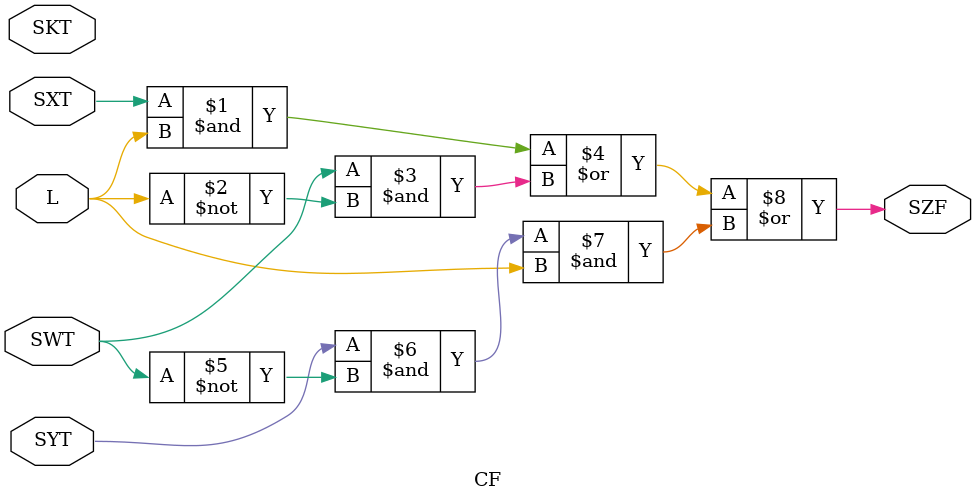
<source format=v>
module CF(

    output SZF,
    input SXT,
    input SYT,
    input SKT,
    input SWT,
    input L
);


assign SZF = (SXT & L) | (SWT & ~L ) | ( SYT & ~SWT & L);

endmodule   
</source>
